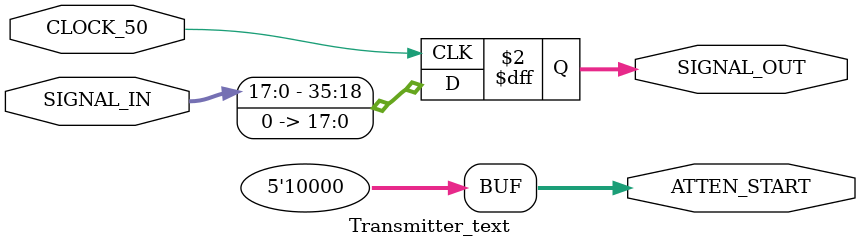
<source format=v>

/*
module Transmitter(CLOCK_50, SIGNAL_IN, SIGNAL_OUT, ATTEN_START);
	input CLOCK_50; //pulse generation
	input [29:0] SIGNAL_IN; //input signal after modulation
	output [32:0] SIGNAL_OUT; //output signal after adding with pulse
	output [4:0] ATTEN_START; //output signal used to measure attenuation
	
	reg [32:0] SIGNAL_OUT;
	wire [4:0] ATTEN_START;
	
	always@(posedge CLOCK_50) begin
		SIGNAL_OUT <= {SIGNAL_IN, 3'b0};
	end

	assign ATTEN_START = 5'd16; //known value for signal attenuation

endmodule 
*/
//To be used after compression/modulation is confirmed to be working
module Transmitter(CLOCK_50, SIGNAL_IN, SIGNAL_OUT, ATTEN_START);
	input CLOCK_50; //pulse generation
	input [17:0] SIGNAL_IN; //input signal after modulation
	//output [20:0] SIGNAL_OUT; //output signal after adding with pulse
	output [20:0] SIGNAL_OUT;
	output [4:0] ATTEN_START; //output signal used to measure attenuation
	
	reg [20:0] SIGNAL_OUT;
	wire [4:0] ATTEN_START;
	
	always@(posedge CLOCK_50) begin
		SIGNAL_OUT <= {SIGNAL_IN, 3'b0};
		//SIGNAL_OUT <= {SIGNAL_IN, 18'b0};
	end

	assign ATTEN_START = 5'd16; //known value for signal attenuation
endmodule

module Transmitter_text (CLOCK_50, SIGNAL_IN, SIGNAL_OUT, ATTEN_START);
	input CLOCK_50; //pulse generation
	input [17:0] SIGNAL_IN; //input signal after modulation
	//output [20:0] SIGNAL_OUT; //output signal after adding with pulse
	output [35:0] SIGNAL_OUT;
	output [4:0] ATTEN_START; //output signal used to measure attenuation
	
	reg [35:0] SIGNAL_OUT;
	wire [4:0] ATTEN_START;
	
	always@(posedge CLOCK_50) begin
		//SIGNAL_OUT <= {SIGNAL_IN, 3'b0};
		SIGNAL_OUT <= {SIGNAL_IN, 18'b0};
	end

	assign ATTEN_START = 5'd16; //known value for signal attenuation

endmodule


</source>
